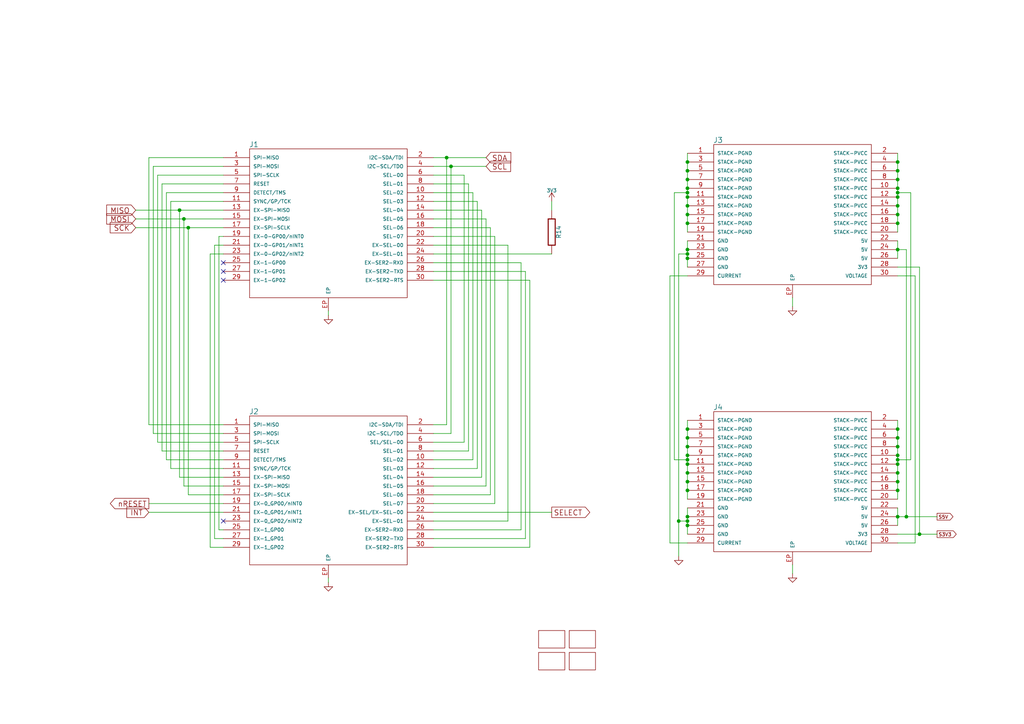
<source format=kicad_sch>
(kicad_sch (version 20211123) (generator eeschema)
  (paper "A4")
  (title_block (title "Ethernet Extension without PoE") (date "2022-09-06") (rev "1.1") (company "Tinkerforge GmbH") (comment 1 "Licensed under CERN OHL v.1.1") (comment 2 "Copyright (©) 2021, B.Nordmeyer <bastian@tinkerforge.com>"))
  (lib_symbols
    (symbol "tinkerforge:3V3" (power) (pin_names (offset 0))
      (property "Value" "3V3" (at 0 3.556 0))
      (symbol "3V3_0_1"
        (polyline (pts (xy -0.762 1.27) (xy 0 2.54)))
        (polyline (pts (xy 0 0) (xy 0 2.54)))
        (polyline (pts (xy 0 2.54) (xy 0.762 1.27)))
      )
      (symbol "3V3_1_1"
        (pin power_in line (at 0 0 90) (length 0) hide (name "3V3") (number "1"))
      )
    )
    (symbol "tinkerforge:DRILL" (pin_numbers hide) (pin_names (offset 0) hide)
      (property "Value" "DRILL" (at 0 0 0))
      (symbol "DRILL_0_1"
        (rectangle (start -3.81 2.54) (end 3.81 -2.54))
      )
    )
    (symbol "tinkerforge:GND" (power) (pin_names (offset 0))
      (property "Value" "GND" (at 0 -5.08 0))
      (symbol "GND_0_1"
        (polyline (pts (xy 0 0) (xy 0 -1.27) (xy 1.27 -1.27) (xy 0 -2.54) (xy -1.27 -1.27) (xy 0 -1.27)))
      )
      (symbol "GND_1_1"
        (pin power_in line (at 0 0 270) (length 0) hide (name "GND") (number "1"))
      )
    )
    (symbol "tinkerforge:R" (pin_numbers hide) (pin_names (offset 0))
      (property "Reference" "R" (at 2.032 0 90))
      (property "Value" "R" (at 0 0 90))
      (symbol "R_0_1"
        (rectangle (start -1.016 3.81) (end 1.016 -3.81) (stroke (width 0.3048)))
      )
      (symbol "R_1_1"
        (pin passive line (at 0 6.35 270) (length 2.54) (name "~") (number "1"))
        (pin passive line (at 0 -6.35 90) (length 2.54) (name "~") (number "2"))
      )
    )
    (symbol "tinkerforge:STACK-DOWN-1" (pin_names (offset 1.016))
      (property "Reference" "J" (at -21.59 21.59 0))
      (property "Value" "STACK-DOWN-1" (at 12.7 21.59 0))
      (symbol "STACK-DOWN-1_0_1"
        (rectangle (start -22.86 20.32) (end 22.86 -22.86))
      )
      (symbol "STACK-DOWN-1_1_1"
        (pin passive line (at -30.48 17.78 0) (length 7.62) (name "SPI-MISO") (number "1"))
        (pin passive line (at 30.48 7.62 180) (length 7.62) (name "SEL-02") (number "10"))
        (pin passive line (at -30.48 5.08 0) (length 7.62) (name "SYNC/GP/TCK") (number "11"))
        (pin passive line (at 30.48 5.08 180) (length 7.62) (name "SEL-03") (number "12"))
        (pin passive line (at -30.48 2.54 0) (length 7.62) (name "EX-SPI-MISO") (number "13"))
        (pin passive line (at 30.48 2.54 180) (length 7.62) (name "SEL-04") (number "14"))
        (pin passive line (at -30.48 0 0) (length 7.62) (name "EX-SPI-MOSI") (number "15"))
        (pin passive line (at 30.48 0 180) (length 7.62) (name "SEL-05") (number "16"))
        (pin input line (at -30.48 -2.54 0) (length 7.62) (name "EX-SPI-SCLK") (number "17"))
        (pin passive line (at 30.48 -2.54 180) (length 7.62) (name "SEL-06") (number "18"))
        (pin input line (at -30.48 -5.08 0) (length 7.62) (name "EX-0_GP00/nINT0") (number "19"))
        (pin passive line (at 30.48 17.78 180) (length 7.62) (name "I2C-SDA/TDI") (number "2"))
        (pin passive line (at 30.48 -5.08 180) (length 7.62) (name "SEL-07") (number "20"))
        (pin passive line (at -30.48 -7.62 0) (length 7.62) (name "EX-0_GP01/nINT1") (number "21"))
        (pin passive line (at 30.48 -7.62 180) (length 7.62) (name "EX-SEL/EX-SEL-00") (number "22"))
        (pin passive line (at -30.48 -10.16 0) (length 7.62) (name "EX-0_GP02/nINT2") (number "23"))
        (pin passive line (at 30.48 -10.16 180) (length 7.62) (name "EX-SEL-01") (number "24"))
        (pin passive line (at -30.48 -12.7 0) (length 7.62) (name "EX-1_GP00") (number "25"))
        (pin passive line (at 30.48 -12.7 180) (length 7.62) (name "EX-SER2-RXD") (number "26"))
        (pin passive line (at -30.48 -15.24 0) (length 7.62) (name "EX-1_GP01") (number "27"))
        (pin passive line (at 30.48 -15.24 180) (length 7.62) (name "EX-SER2-TXD") (number "28"))
        (pin passive line (at -30.48 -17.78 0) (length 7.62) (name "EX-1_GP02") (number "29"))
        (pin passive line (at -30.48 15.24 0) (length 7.62) (name "SPI-MOSI") (number "3"))
        (pin passive line (at 30.48 -17.78 180) (length 7.62) (name "EX-SER2-RTS") (number "30"))
        (pin passive line (at 30.48 15.24 180) (length 7.62) (name "I2C-SCL/TDO") (number "4"))
        (pin passive line (at -30.48 12.7 0) (length 7.62) (name "SPI-SCLK") (number "5"))
        (pin passive line (at 30.48 12.7 180) (length 7.62) (name "SEL/SEL-00") (number "6"))
        (pin passive line (at -30.48 10.16 0) (length 7.62) (name "RESET") (number "7"))
        (pin passive line (at 30.48 10.16 180) (length 7.62) (name "SEL-01") (number "8"))
        (pin passive line (at -30.48 7.62 0) (length 7.62) (name "DETECT/TMS") (number "9"))
        (pin passive line (at 0 -26.67 90) (length 3.81) (name "EP") (number "EP"))
      )
    )
    (symbol "tinkerforge:STACK-DOWN-2" (pin_names (offset 1.016))
      (property "Reference" "J" (at -21.59 22.86 0))
      (property "Value" "STACK-DOWN-2" (at 15.24 22.86 0))
      (symbol "STACK-DOWN-2_0_1"
        (rectangle (start -22.86 20.32) (end 22.86 -20.32))
      )
      (symbol "STACK-DOWN-2_1_1"
        (pin passive line (at -30.48 17.78 0) (length 7.62) (name "STACK-PGND") (number "1"))
        (pin passive line (at 30.48 7.62 180) (length 7.62) (name "STACK-PVCC") (number "10"))
        (pin passive line (at -30.48 5.08 0) (length 7.62) (name "STACK-PGND") (number "11"))
        (pin passive line (at 30.48 5.08 180) (length 7.62) (name "STACK-PVCC") (number "12"))
        (pin passive line (at -30.48 2.54 0) (length 7.62) (name "STACK-PGND") (number "13"))
        (pin passive line (at 30.48 2.54 180) (length 7.62) (name "STACK-PVCC") (number "14"))
        (pin passive line (at -30.48 0 0) (length 7.62) (name "STACK-PGND") (number "15"))
        (pin passive line (at 30.48 0 180) (length 7.62) (name "STACK-PVCC") (number "16"))
        (pin passive line (at -30.48 -2.54 0) (length 7.62) (name "STACK-PGND") (number "17"))
        (pin passive line (at 30.48 -2.54 180) (length 7.62) (name "STACK-PVCC") (number "18"))
        (pin passive line (at -30.48 -5.08 0) (length 7.62) (name "STACK-PGND") (number "19"))
        (pin passive line (at 30.48 17.78 180) (length 7.62) (name "STACK-PVCC") (number "2"))
        (pin passive line (at 30.48 -5.08 180) (length 7.62) (name "STACK-PVCC") (number "20"))
        (pin passive line (at -30.48 -7.62 0) (length 7.62) (name "GND") (number "21"))
        (pin passive line (at 30.48 -7.62 180) (length 7.62) (name "5V") (number "22"))
        (pin passive line (at -30.48 -10.16 0) (length 7.62) (name "GND") (number "23"))
        (pin passive line (at 30.48 -10.16 180) (length 7.62) (name "5V") (number "24"))
        (pin passive line (at -30.48 -12.7 0) (length 7.62) (name "GND") (number "25"))
        (pin passive line (at 30.48 -12.7 180) (length 7.62) (name "5V") (number "26"))
        (pin passive line (at -30.48 -15.24 0) (length 7.62) (name "GND") (number "27"))
        (pin passive line (at 30.48 -15.24 180) (length 7.62) (name "3V3") (number "28"))
        (pin passive line (at -30.48 -17.78 0) (length 7.62) (name "CURRENT") (number "29"))
        (pin passive line (at -30.48 15.24 0) (length 7.62) (name "STACK-PGND") (number "3"))
        (pin passive line (at 30.48 -17.78 180) (length 7.62) (name "VOLTAGE") (number "30"))
        (pin passive line (at 30.48 15.24 180) (length 7.62) (name "STACK-PVCC") (number "4"))
        (pin passive line (at -30.48 12.7 0) (length 7.62) (name "STACK-PGND") (number "5"))
        (pin passive line (at 30.48 12.7 180) (length 7.62) (name "STACK-PVCC") (number "6"))
        (pin passive line (at -30.48 10.16 0) (length 7.62) (name "STACK-PGND") (number "7"))
        (pin passive line (at 30.48 10.16 180) (length 7.62) (name "STACK-PVCC") (number "8"))
        (pin passive line (at -30.48 7.62 0) (length 7.62) (name "STACK-PGND") (number "9"))
        (pin passive line (at 0 -24.13 90) (length 3.81) (name "EP") (number "EP"))
      )
    )
    (symbol "tinkerforge:STACK-UP-1" (pin_names (offset 1.016))
      (property "Reference" "J" (at -21.59 21.59 0))
      (property "Value" "STACK-UP-1" (at 12.7 21.59 0))
      (symbol "STACK-UP-1_0_1"
        (rectangle (start -22.86 20.32) (end 22.86 -22.86))
      )
      (symbol "STACK-UP-1_1_1"
        (pin passive line (at -30.48 17.78 0) (length 7.62) (name "SPI-MISO") (number "1"))
        (pin passive line (at 30.48 7.62 180) (length 7.62) (name "SEL-02") (number "10"))
        (pin passive line (at -30.48 5.08 0) (length 7.62) (name "SYNC/GP/TCK") (number "11"))
        (pin passive line (at 30.48 5.08 180) (length 7.62) (name "SEL-03") (number "12"))
        (pin passive line (at -30.48 2.54 0) (length 7.62) (name "EX-SPI-MISO") (number "13"))
        (pin passive line (at 30.48 2.54 180) (length 7.62) (name "SEL-04") (number "14"))
        (pin passive line (at -30.48 0 0) (length 7.62) (name "EX-SPI-MOSI") (number "15"))
        (pin bidirectional line (at 30.48 0 180) (length 7.62) (name "SEL-05") (number "16"))
        (pin passive line (at -30.48 -2.54 0) (length 7.62) (name "EX-SPI-SCLK") (number "17"))
        (pin passive line (at 30.48 -2.54 180) (length 7.62) (name "SEL-06") (number "18"))
        (pin passive line (at -30.48 -5.08 0) (length 7.62) (name "EX-0-GP00/nINT0") (number "19"))
        (pin passive line (at 30.48 17.78 180) (length 7.62) (name "I2C-SDA/TDI") (number "2"))
        (pin passive line (at 30.48 -5.08 180) (length 7.62) (name "SEL-07") (number "20"))
        (pin passive line (at -30.48 -7.62 0) (length 7.62) (name "EX-0-GP01/nINT1") (number "21"))
        (pin passive line (at 30.48 -7.62 180) (length 7.62) (name "EX-SEL-00") (number "22"))
        (pin passive line (at -30.48 -10.16 0) (length 7.62) (name "EX-0-GP02/nINT2") (number "23"))
        (pin passive line (at 30.48 -10.16 180) (length 7.62) (name "EX-SEL-01") (number "24"))
        (pin passive line (at -30.48 -12.7 0) (length 7.62) (name "EX-1-GP00") (number "25"))
        (pin passive line (at 30.48 -12.7 180) (length 7.62) (name "EX-SER2-RXD") (number "26"))
        (pin passive line (at -30.48 -15.24 0) (length 7.62) (name "EX-1-GP01") (number "27"))
        (pin passive line (at 30.48 -15.24 180) (length 7.62) (name "EX-SER2-TXD") (number "28"))
        (pin passive line (at -30.48 -17.78 0) (length 7.62) (name "EX-1-GP02") (number "29"))
        (pin passive line (at -30.48 15.24 0) (length 7.62) (name "SPI-MOSI") (number "3"))
        (pin passive line (at 30.48 -17.78 180) (length 7.62) (name "EX-SER2-RTS") (number "30"))
        (pin passive line (at 30.48 15.24 180) (length 7.62) (name "I2C-SCL/TDO") (number "4"))
        (pin passive line (at -30.48 12.7 0) (length 7.62) (name "SPI-SCLK") (number "5"))
        (pin passive line (at 30.48 12.7 180) (length 7.62) (name "SEL-00") (number "6"))
        (pin passive line (at -30.48 10.16 0) (length 7.62) (name "RESET") (number "7"))
        (pin passive line (at 30.48 10.16 180) (length 7.62) (name "SEL-01") (number "8"))
        (pin passive line (at -30.48 7.62 0) (length 7.62) (name "DETECT/TMS") (number "9"))
        (pin passive line (at 0 -26.67 90) (length 3.81) (name "EP") (number "EP"))
      )
    )
    (symbol "tinkerforge:STACK-UP-2" (pin_names (offset 1.016))
      (property "Reference" "J" (at -21.59 22.86 0))
      (property "Value" "STACK-UP-2" (at 15.24 22.86 0))
      (symbol "STACK-UP-2_0_1"
        (rectangle (start -22.86 20.32) (end 22.86 -20.32))
      )
      (symbol "STACK-UP-2_1_1"
        (pin passive line (at -30.48 17.78 0) (length 7.62) (name "STACK-PGND") (number "1"))
        (pin passive line (at 30.48 7.62 180) (length 7.62) (name "STACK-PVCC") (number "10"))
        (pin passive line (at -30.48 5.08 0) (length 7.62) (name "STACK-PGND") (number "11"))
        (pin passive line (at 30.48 5.08 180) (length 7.62) (name "STACK-PVCC") (number "12"))
        (pin passive line (at -30.48 2.54 0) (length 7.62) (name "STACK-PGND") (number "13"))
        (pin passive line (at 30.48 2.54 180) (length 7.62) (name "STACK-PVCC") (number "14"))
        (pin passive line (at -30.48 0 0) (length 7.62) (name "STACK-PGND") (number "15"))
        (pin passive line (at 30.48 0 180) (length 7.62) (name "STACK-PVCC") (number "16"))
        (pin passive line (at -30.48 -2.54 0) (length 7.62) (name "STACK-PGND") (number "17"))
        (pin passive line (at 30.48 -2.54 180) (length 7.62) (name "STACK-PVCC") (number "18"))
        (pin passive line (at -30.48 -5.08 0) (length 7.62) (name "STACK-PGND") (number "19"))
        (pin power_out line (at 30.48 17.78 180) (length 7.62) (name "STACK-PVCC") (number "2"))
        (pin passive line (at 30.48 -5.08 180) (length 7.62) (name "STACK-PVCC") (number "20"))
        (pin passive line (at -30.48 -7.62 0) (length 7.62) (name "GND") (number "21"))
        (pin power_out line (at 30.48 -7.62 180) (length 7.62) (name "5V") (number "22"))
        (pin passive line (at -30.48 -10.16 0) (length 7.62) (name "GND") (number "23"))
        (pin passive line (at 30.48 -10.16 180) (length 7.62) (name "5V") (number "24"))
        (pin passive line (at -30.48 -12.7 0) (length 7.62) (name "GND") (number "25"))
        (pin passive line (at 30.48 -12.7 180) (length 7.62) (name "5V") (number "26"))
        (pin passive line (at -30.48 -15.24 0) (length 7.62) (name "GND") (number "27"))
        (pin passive line (at 30.48 -15.24 180) (length 7.62) (name "3V3") (number "28"))
        (pin passive line (at -30.48 -17.78 0) (length 7.62) (name "CURRENT") (number "29"))
        (pin passive line (at -30.48 15.24 0) (length 7.62) (name "STACK-PGND") (number "3"))
        (pin passive line (at 30.48 -17.78 180) (length 7.62) (name "VOLTAGE") (number "30"))
        (pin passive line (at 30.48 15.24 180) (length 7.62) (name "STACK-PVCC") (number "4"))
        (pin passive line (at -30.48 12.7 0) (length 7.62) (name "STACK-PGND") (number "5"))
        (pin passive line (at 30.48 12.7 180) (length 7.62) (name "STACK-PVCC") (number "6"))
        (pin passive line (at -30.48 10.16 0) (length 7.62) (name "STACK-PGND") (number "7"))
        (pin passive line (at 30.48 10.16 180) (length 7.62) (name "STACK-PVCC") (number "8"))
        (pin passive line (at -30.48 7.62 0) (length 7.62) (name "STACK-PGND") (number "9"))
        (pin passive line (at 0 -24.13 90) (length 3.81) (name "EP") (number "EP"))
      )
    )
  )
  (junction (at 260.35 64.77))
  (junction (at 260.35 134.62))
  (junction (at 199.39 124.46))
  (junction (at 199.39 72.39))
  (junction (at 199.39 46.99))
  (junction (at 260.35 149.86))
  (junction (at 199.39 54.61))
  (junction (at 199.39 152.4))
  (junction (at 199.39 139.7))
  (junction (at 260.35 46.99))
  (junction (at 199.39 57.15))
  (junction (at 260.35 142.24))
  (junction (at 129.54 45.72))
  (junction (at 199.39 134.62))
  (junction (at 199.39 129.54))
  (junction (at 196.85 151.13))
  (junction (at 199.39 137.16))
  (junction (at 260.35 55.88))
  (junction (at 54.61 66.04))
  (junction (at 260.35 124.46))
  (junction (at 260.35 59.69))
  (junction (at 199.39 142.24))
  (junction (at 199.39 64.77))
  (junction (at 260.35 127))
  (junction (at 199.39 133.35))
  (junction (at 199.39 55.88))
  (junction (at 260.35 62.23))
  (junction (at 260.35 72.39))
  (junction (at 199.39 62.23))
  (junction (at 199.39 74.93))
  (junction (at 199.39 151.13))
  (junction (at 260.35 137.16))
  (junction (at 260.35 139.7))
  (junction (at 260.35 49.53))
  (junction (at 260.35 129.54))
  (junction (at 262.89 149.86))
  (junction (at 260.35 132.08))
  (junction (at 52.07 60.96))
  (junction (at 199.39 149.86))
  (junction (at 130.81 48.26))
  (junction (at 199.39 49.53))
  (junction (at 260.35 54.61))
  (junction (at 199.39 132.08))
  (junction (at 260.35 133.35))
  (junction (at 199.39 52.07))
  (junction (at 199.39 73.66))
  (junction (at 199.39 127))
  (junction (at 266.7 154.94))
  (junction (at 260.35 57.15))
  (junction (at 199.39 59.69))
  (junction (at 260.35 52.07))
  (junction (at 53.34 63.5))
  (no_connect (at 64.77 76.2))
  (no_connect (at 64.77 78.74))
  (no_connect (at 64.77 81.28))
  (no_connect (at 64.77 151.13))
  (wire (pts (xy 196.85 73.66) (xy 199.39 73.66)))
  (wire (pts (xy 260.35 64.77) (xy 260.35 67.31)))
  (wire (pts (xy 260.35 142.24) (xy 260.35 139.7)))
  (wire (pts (xy 260.35 62.23) (xy 260.35 64.77)))
  (wire (pts (xy 125.73 140.97) (xy 140.97 140.97)))
  (wire (pts (xy 199.39 142.24) (xy 199.39 139.7)))
  (wire (pts (xy 147.32 151.13) (xy 125.73 151.13)))
  (wire (pts (xy 39.37 66.04) (xy 54.61 66.04)))
  (wire (pts (xy 260.35 133.35) (xy 264.16 133.35)))
  (wire (pts (xy 139.7 60.96) (xy 139.7 138.43)))
  (wire (pts (xy 142.24 143.51) (xy 142.24 66.04)))
  (wire (pts (xy 260.35 44.45) (xy 260.35 46.99)))
  (wire (pts (xy 134.62 50.8) (xy 125.73 50.8)))
  (wire (pts (xy 125.73 130.81) (xy 135.89 130.81)))
  (wire (pts (xy 134.62 128.27) (xy 134.62 50.8)))
  (wire (pts (xy 125.73 78.74) (xy 152.4 78.74)))
  (wire (pts (xy 199.39 144.78) (xy 199.39 142.24)))
  (wire (pts (xy 43.18 123.19) (xy 43.18 45.72)))
  (wire (pts (xy 262.89 149.86) (xy 271.78 149.86)))
  (wire (pts (xy 199.39 49.53) (xy 199.39 52.07)))
  (wire (pts (xy 194.31 80.01) (xy 199.39 80.01)))
  (wire (pts (xy 48.26 55.88) (xy 64.77 55.88)))
  (wire (pts (xy 196.85 161.29) (xy 196.85 151.13)))
  (wire (pts (xy 199.39 152.4) (xy 199.39 151.13)))
  (wire (pts (xy 125.73 76.2) (xy 151.13 76.2)))
  (wire (pts (xy 62.23 71.12) (xy 62.23 156.21)))
  (wire (pts (xy 260.35 80.01) (xy 265.43 80.01)))
  (wire (pts (xy 64.77 148.59) (xy 43.18 148.59)))
  (wire (pts (xy 125.73 128.27) (xy 134.62 128.27)))
  (wire (pts (xy 95.25 91.44) (xy 95.25 90.17)))
  (wire (pts (xy 265.43 157.48) (xy 260.35 157.48)))
  (wire (pts (xy 125.73 71.12) (xy 147.32 71.12)))
  (wire (pts (xy 64.77 138.43) (xy 52.07 138.43)))
  (wire (pts (xy 125.73 148.59) (xy 160.02 148.59)))
  (wire (pts (xy 199.39 57.15) (xy 199.39 59.69)))
  (wire (pts (xy 260.35 152.4) (xy 260.35 149.86)))
  (wire (pts (xy 139.7 138.43) (xy 125.73 138.43)))
  (wire (pts (xy 199.39 137.16) (xy 199.39 134.62)))
  (wire (pts (xy 45.72 128.27) (xy 45.72 50.8)))
  (wire (pts (xy 125.73 60.96) (xy 139.7 60.96)))
  (wire (pts (xy 199.39 74.93) (xy 199.39 77.47)))
  (wire (pts (xy 199.39 73.66) (xy 199.39 74.93)))
  (wire (pts (xy 199.39 149.86) (xy 199.39 147.32)))
  (wire (pts (xy 199.39 134.62) (xy 199.39 133.35)))
  (wire (pts (xy 260.35 55.88) (xy 260.35 57.15)))
  (wire (pts (xy 49.53 135.89) (xy 49.53 58.42)))
  (wire (pts (xy 260.35 154.94) (xy 266.7 154.94)))
  (wire (pts (xy 95.25 168.91) (xy 95.25 167.64)))
  (wire (pts (xy 153.67 81.28) (xy 153.67 158.75)))
  (wire (pts (xy 199.39 151.13) (xy 196.85 151.13)))
  (wire (pts (xy 260.35 54.61) (xy 260.35 55.88)))
  (wire (pts (xy 199.39 139.7) (xy 199.39 137.16)))
  (wire (pts (xy 260.35 127) (xy 260.35 124.46)))
  (wire (pts (xy 52.07 138.43) (xy 52.07 60.96)))
  (wire (pts (xy 199.39 54.61) (xy 199.39 55.88)))
  (wire (pts (xy 53.34 63.5) (xy 64.77 63.5)))
  (wire (pts (xy 199.39 151.13) (xy 199.39 149.86)))
  (wire (pts (xy 53.34 140.97) (xy 53.34 63.5)))
  (wire (pts (xy 39.37 60.96) (xy 52.07 60.96)))
  (wire (pts (xy 260.35 139.7) (xy 260.35 137.16)))
  (wire (pts (xy 260.35 129.54) (xy 260.35 127)))
  (wire (pts (xy 125.73 146.05) (xy 143.51 146.05)))
  (wire (pts (xy 160.02 60.96) (xy 160.02 58.42)))
  (wire (pts (xy 138.43 58.42) (xy 125.73 58.42)))
  (wire (pts (xy 137.16 55.88) (xy 137.16 133.35)))
  (wire (pts (xy 125.73 123.19) (xy 129.54 123.19)))
  (wire (pts (xy 49.53 58.42) (xy 64.77 58.42)))
  (wire (pts (xy 260.35 144.78) (xy 260.35 142.24)))
  (wire (pts (xy 140.97 140.97) (xy 140.97 63.5)))
  (wire (pts (xy 260.35 52.07) (xy 260.35 54.61)))
  (wire (pts (xy 54.61 66.04) (xy 64.77 66.04)))
  (wire (pts (xy 129.54 123.19) (xy 129.54 45.72)))
  (wire (pts (xy 130.81 48.26) (xy 125.73 48.26)))
  (wire (pts (xy 260.35 133.35) (xy 260.35 132.08)))
  (wire (pts (xy 54.61 143.51) (xy 54.61 66.04)))
  (wire (pts (xy 260.35 77.47) (xy 266.7 77.47)))
  (wire (pts (xy 194.31 157.48) (xy 199.39 157.48)))
  (wire (pts (xy 266.7 77.47) (xy 266.7 154.94)))
  (wire (pts (xy 52.07 60.96) (xy 64.77 60.96)))
  (wire (pts (xy 151.13 76.2) (xy 151.13 153.67)))
  (wire (pts (xy 64.77 123.19) (xy 43.18 123.19)))
  (wire (pts (xy 43.18 45.72) (xy 64.77 45.72)))
  (wire (pts (xy 199.39 129.54) (xy 199.39 127)))
  (wire (pts (xy 39.37 63.5) (xy 53.34 63.5)))
  (wire (pts (xy 140.97 45.72) (xy 129.54 45.72)))
  (wire (pts (xy 140.97 48.26) (xy 130.81 48.26)))
  (wire (pts (xy 229.87 88.9) (xy 229.87 86.36)))
  (wire (pts (xy 260.35 149.86) (xy 262.89 149.86)))
  (wire (pts (xy 199.39 72.39) (xy 199.39 73.66)))
  (wire (pts (xy 143.51 146.05) (xy 143.51 68.58)))
  (wire (pts (xy 196.85 151.13) (xy 196.85 73.66)))
  (wire (pts (xy 199.39 133.35) (xy 199.39 132.08)))
  (wire (pts (xy 125.73 143.51) (xy 142.24 143.51)))
  (wire (pts (xy 135.89 53.34) (xy 125.73 53.34)))
  (wire (pts (xy 62.23 156.21) (xy 64.77 156.21)))
  (wire (pts (xy 64.77 146.05) (xy 43.18 146.05)))
  (wire (pts (xy 260.35 134.62) (xy 260.35 133.35)))
  (wire (pts (xy 153.67 158.75) (xy 125.73 158.75)))
  (wire (pts (xy 46.99 53.34) (xy 64.77 53.34)))
  (wire (pts (xy 260.35 124.46) (xy 260.35 121.92)))
  (wire (pts (xy 264.16 55.88) (xy 260.35 55.88)))
  (wire (pts (xy 125.73 81.28) (xy 153.67 81.28)))
  (wire (pts (xy 64.77 48.26) (xy 44.45 48.26)))
  (wire (pts (xy 125.73 55.88) (xy 137.16 55.88)))
  (wire (pts (xy 199.39 124.46) (xy 199.39 121.92)))
  (wire (pts (xy 260.35 72.39) (xy 260.35 74.93)))
  (wire (pts (xy 199.39 127) (xy 199.39 124.46)))
  (wire (pts (xy 125.73 68.58) (xy 143.51 68.58)))
  (wire (pts (xy 199.39 44.45) (xy 199.39 46.99)))
  (wire (pts (xy 129.54 45.72) (xy 125.73 45.72)))
  (wire (pts (xy 46.99 130.81) (xy 46.99 53.34)))
  (wire (pts (xy 265.43 80.01) (xy 265.43 157.48)))
  (wire (pts (xy 64.77 140.97) (xy 53.34 140.97)))
  (wire (pts (xy 64.77 135.89) (xy 49.53 135.89)))
  (wire (pts (xy 64.77 128.27) (xy 45.72 128.27)))
  (wire (pts (xy 138.43 135.89) (xy 138.43 58.42)))
  (wire (pts (xy 266.7 154.94) (xy 271.78 154.94)))
  (wire (pts (xy 199.39 46.99) (xy 199.39 49.53)))
  (wire (pts (xy 199.39 154.94) (xy 199.39 152.4)))
  (wire (pts (xy 262.89 72.39) (xy 260.35 72.39)))
  (wire (pts (xy 260.35 149.86) (xy 260.35 147.32)))
  (wire (pts (xy 264.16 133.35) (xy 264.16 55.88)))
  (wire (pts (xy 199.39 55.88) (xy 199.39 57.15)))
  (wire (pts (xy 199.39 52.07) (xy 199.39 54.61)))
  (wire (pts (xy 125.73 135.89) (xy 138.43 135.89)))
  (wire (pts (xy 199.39 64.77) (xy 199.39 67.31)))
  (wire (pts (xy 63.5 68.58) (xy 63.5 153.67)))
  (wire (pts (xy 199.39 62.23) (xy 199.39 64.77)))
  (wire (pts (xy 140.97 63.5) (xy 125.73 63.5)))
  (wire (pts (xy 64.77 68.58) (xy 63.5 68.58)))
  (wire (pts (xy 151.13 153.67) (xy 125.73 153.67)))
  (wire (pts (xy 199.39 69.85) (xy 199.39 72.39)))
  (wire (pts (xy 60.96 158.75) (xy 64.77 158.75)))
  (wire (pts (xy 135.89 130.81) (xy 135.89 53.34)))
  (wire (pts (xy 44.45 125.73) (xy 64.77 125.73)))
  (wire (pts (xy 125.73 125.73) (xy 130.81 125.73)))
  (wire (pts (xy 199.39 132.08) (xy 199.39 129.54)))
  (wire (pts (xy 260.35 69.85) (xy 260.35 72.39)))
  (wire (pts (xy 64.77 71.12) (xy 62.23 71.12)))
  (wire (pts (xy 142.24 66.04) (xy 125.73 66.04)))
  (wire (pts (xy 125.73 73.66) (xy 160.02 73.66)))
  (wire (pts (xy 64.77 73.66) (xy 60.96 73.66)))
  (wire (pts (xy 45.72 50.8) (xy 64.77 50.8)))
  (wire (pts (xy 195.58 55.88) (xy 199.39 55.88)))
  (wire (pts (xy 194.31 80.01) (xy 194.31 157.48)))
  (wire (pts (xy 147.32 71.12) (xy 147.32 151.13)))
  (wire (pts (xy 64.77 130.81) (xy 46.99 130.81)))
  (wire (pts (xy 260.35 137.16) (xy 260.35 134.62)))
  (wire (pts (xy 44.45 48.26) (xy 44.45 125.73)))
  (wire (pts (xy 260.35 132.08) (xy 260.35 129.54)))
  (wire (pts (xy 64.77 133.35) (xy 48.26 133.35)))
  (wire (pts (xy 48.26 133.35) (xy 48.26 55.88)))
  (wire (pts (xy 229.87 166.37) (xy 229.87 163.83)))
  (wire (pts (xy 260.35 46.99) (xy 260.35 49.53)))
  (wire (pts (xy 137.16 133.35) (xy 125.73 133.35)))
  (wire (pts (xy 60.96 73.66) (xy 60.96 158.75)))
  (wire (pts (xy 64.77 143.51) (xy 54.61 143.51)))
  (wire (pts (xy 195.58 133.35) (xy 199.39 133.35)))
  (wire (pts (xy 262.89 149.86) (xy 262.89 72.39)))
  (wire (pts (xy 195.58 55.88) (xy 195.58 133.35)))
  (wire (pts (xy 130.81 125.73) (xy 130.81 48.26)))
  (wire (pts (xy 260.35 57.15) (xy 260.35 59.69)))
  (wire (pts (xy 199.39 59.69) (xy 199.39 62.23)))
  (wire (pts (xy 63.5 153.67) (xy 64.77 153.67)))
  (wire (pts (xy 260.35 49.53) (xy 260.35 52.07)))
  (wire (pts (xy 260.35 59.69) (xy 260.35 62.23)))
  (wire (pts (xy 125.73 156.21) (xy 152.4 156.21)))
  (wire (pts (xy 152.4 78.74) (xy 152.4 156.21)))
  (global_label "SDA" (shape input) (at 140.97 45.72 0) (effects (font (size 1.524 1.524))) (property "Intersheet References" "${INTERSHEET_REFS}" (effects hide)))
  (global_label "SELECT" (shape output) (at 160.02 148.59 0) (effects (font (size 1.524 1.524))) (property "Intersheet References" "${INTERSHEET_REFS}" (effects hide)))
  (global_label "S5V" (shape output) (at 271.78 149.86 0) (effects (font (size 0.9906 0.9906))) (property "Intersheet References" "${INTERSHEET_REFS}" (effects hide)))
  (global_label "S3V3" (shape output) (at 271.78 154.94 0) (effects (font (size 0.9906 0.9906))) (property "Intersheet References" "${INTERSHEET_REFS}" (effects hide)))
  (global_label "MISO" (shape input) (at 39.37 60.96 180) (effects (font (size 1.524 1.524))) (property "Intersheet References" "${INTERSHEET_REFS}" (effects hide)))
  (global_label "SCL" (shape input) (at 140.97 48.26 0) (effects (font (size 1.524 1.524))) (property "Intersheet References" "${INTERSHEET_REFS}" (effects hide)))
  (global_label "SCK" (shape input) (at 39.37 66.04 180) (effects (font (size 1.524 1.524))) (property "Intersheet References" "${INTERSHEET_REFS}" (effects hide)))
  (global_label "nRESET" (shape output) (at 43.18 146.05 180) (effects (font (size 1.524 1.524))) (property "Intersheet References" "${INTERSHEET_REFS}" (effects hide)))
  (global_label "INT" (shape input) (at 43.18 148.59 180) (effects (font (size 1.524 1.524))) (property "Intersheet References" "${INTERSHEET_REFS}" (effects hide)))
  (global_label "MOSI" (shape input) (at 39.37 63.5 180) (effects (font (size 1.524 1.524))) (property "Intersheet References" "${INTERSHEET_REFS}" (effects hide)))
  (symbol (lib_id "tinkerforge:STACK-UP-1") (at 95.25 63.5 0) (unit 1)
    (property "Reference" "J1" (at 73.66 41.91 0) (effects (font (size 1.524 1.524))))
  )
  (symbol (lib_id "tinkerforge:STACK-DOWN-1") (at 95.25 140.97 0) (unit 1)
    (property "Reference" "J2" (at 73.66 119.38 0) (effects (font (size 1.524 1.524))))
  )
  (symbol (lib_id "tinkerforge:STACK-UP-2") (at 229.87 62.23 0) (unit 1)
    (property "Reference" "J3" (at 208.28 40.64 0) (effects (font (size 1.524 1.524))))
  )
  (symbol (lib_id "tinkerforge:STACK-DOWN-2") (at 229.87 139.7 0) (unit 1)
    (property "Reference" "J4" (at 208.28 118.11 0) (effects (font (size 1.524 1.524))))
  )
  (symbol (lib_id "tinkerforge:R") (at 160.02 67.31 0) (unit 1)
    (property "Reference" "R14" (at 162.052 67.31 90))
  )
  (symbol (lib_id "tinkerforge:DRILL") (at 168.91 185.42 0) (unit 1)
    (property "Reference" "U5" (effects hide))
  )
  (symbol (lib_id "tinkerforge:DRILL") (at 168.91 191.77 0) (unit 1)
    (property "Reference" "U6" (effects hide))
  )
  (symbol (lib_id "tinkerforge:GND") (at 196.85 161.29 0) (unit 1)
    (property "Reference" "#PWR044" (effects hide))
  )
  (symbol (lib_id "tinkerforge:GND") (at 95.25 168.91 0) (unit 1)
    (property "Reference" "#PWR043" (effects hide))
  )
  (symbol (lib_id "tinkerforge:GND") (at 95.25 91.44 0) (unit 1)
    (property "Reference" "#PWR042" (effects hide))
  )
  (symbol (lib_id "tinkerforge:GND") (at 229.87 88.9 0) (unit 1)
    (property "Reference" "#PWR041" (effects hide))
  )
  (symbol (lib_id "tinkerforge:GND") (at 229.87 166.37 0) (unit 1)
    (property "Reference" "#PWR040" (effects hide))
  )
  (symbol (lib_id "tinkerforge:DRILL") (at 160.02 185.42 0) (unit 1)
    (property "Reference" "U3" (effects hide))
  )
  (symbol (lib_id "tinkerforge:DRILL") (at 160.02 191.77 0) (unit 1)
    (property "Reference" "U4" (effects hide))
  )
  (symbol (lib_id "tinkerforge:3V3") (at 160.02 58.42 0) (unit 1)
    (property "Reference" "#PWR045" (effects hide))
  )
)
</source>
